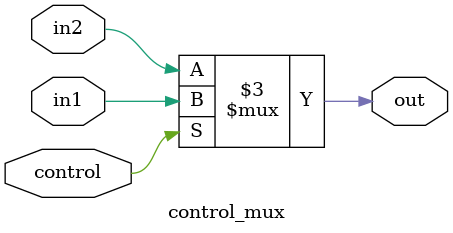
<source format=v>
`timescale 1ns / 1ps
module control_mux(
	input wire in1,
	input wire in2,
	output reg out,
	
	input wire control
    );
	 
	 always@(in1,in2,control)
	 begin
	 
	 if(control)
	 begin
	 out <= in1;
	 end
	 
	 else
	 begin
	 out <= in2;
	 end
	 
	 end


endmodule

</source>
